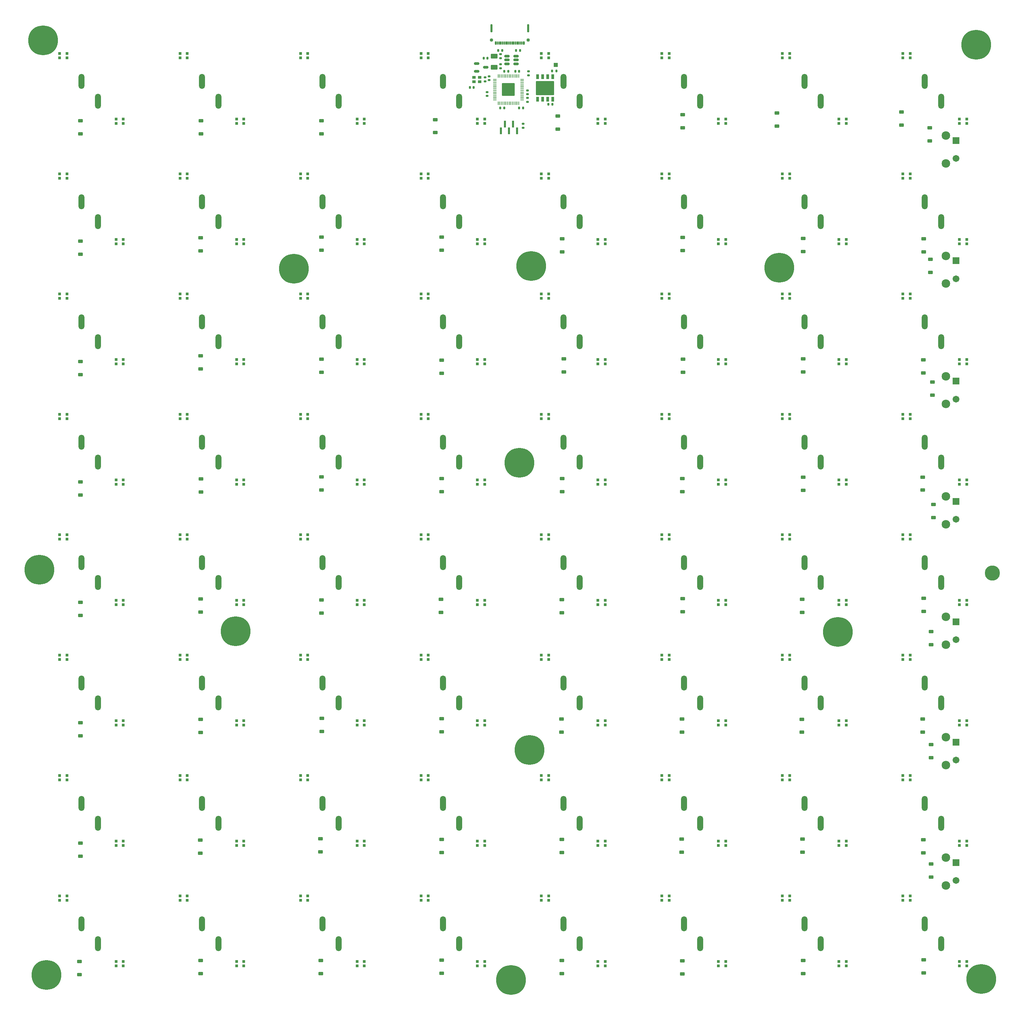
<source format=gbr>
%TF.GenerationSoftware,KiCad,Pcbnew,9.0.1*%
%TF.CreationDate,2025-06-01T15:41:16+01:00*%
%TF.ProjectId,Button MIDI Controller,42757474-6f6e-4204-9d49-444920436f6e,rev?*%
%TF.SameCoordinates,Original*%
%TF.FileFunction,Soldermask,Top*%
%TF.FilePolarity,Negative*%
%FSLAX46Y46*%
G04 Gerber Fmt 4.6, Leading zero omitted, Abs format (unit mm)*
G04 Created by KiCad (PCBNEW 9.0.1) date 2025-06-01 15:41:16*
%MOMM*%
%LPD*%
G01*
G04 APERTURE LIST*
G04 Aperture macros list*
%AMRoundRect*
0 Rectangle with rounded corners*
0 $1 Rounding radius*
0 $2 $3 $4 $5 $6 $7 $8 $9 X,Y pos of 4 corners*
0 Add a 4 corners polygon primitive as box body*
4,1,4,$2,$3,$4,$5,$6,$7,$8,$9,$2,$3,0*
0 Add four circle primitives for the rounded corners*
1,1,$1+$1,$2,$3*
1,1,$1+$1,$4,$5*
1,1,$1+$1,$6,$7*
1,1,$1+$1,$8,$9*
0 Add four rect primitives between the rounded corners*
20,1,$1+$1,$2,$3,$4,$5,0*
20,1,$1+$1,$4,$5,$6,$7,0*
20,1,$1+$1,$6,$7,$8,$9,0*
20,1,$1+$1,$8,$9,$2,$3,0*%
G04 Aperture macros list end*
%ADD10R,0.700000X0.700000*%
%ADD11RoundRect,0.225000X0.375000X-0.225000X0.375000X0.225000X-0.375000X0.225000X-0.375000X-0.225000X0*%
%ADD12RoundRect,0.225000X-0.375000X0.225000X-0.375000X-0.225000X0.375000X-0.225000X0.375000X0.225000X0*%
%ADD13O,1.500000X3.800000*%
%ADD14C,4.700000*%
%ADD15C,7.500000*%
%ADD16RoundRect,0.140000X0.140000X0.170000X-0.140000X0.170000X-0.140000X-0.170000X0.140000X-0.170000X0*%
%ADD17RoundRect,0.102000X0.754000X-0.754000X0.754000X0.754000X-0.754000X0.754000X-0.754000X-0.754000X0*%
%ADD18C,1.712000*%
%ADD19C,2.154000*%
%ADD20RoundRect,0.140000X-0.170000X0.140000X-0.170000X-0.140000X0.170000X-0.140000X0.170000X0.140000X0*%
%ADD21RoundRect,0.050000X-0.050000X0.387500X-0.050000X-0.387500X0.050000X-0.387500X0.050000X0.387500X0*%
%ADD22RoundRect,0.050000X-0.387500X0.050000X-0.387500X-0.050000X0.387500X-0.050000X0.387500X0.050000X0*%
%ADD23RoundRect,0.144000X-1.456000X1.456000X-1.456000X-1.456000X1.456000X-1.456000X1.456000X1.456000X0*%
%ADD24RoundRect,0.135000X-0.185000X0.135000X-0.185000X-0.135000X0.185000X-0.135000X0.185000X0.135000X0*%
%ADD25RoundRect,0.140000X-0.140000X-0.170000X0.140000X-0.170000X0.140000X0.170000X-0.140000X0.170000X0*%
%ADD26R,0.900000X0.800000*%
%ADD27RoundRect,0.135000X-0.135000X-0.185000X0.135000X-0.185000X0.135000X0.185000X-0.135000X0.185000X0*%
%ADD28R,0.600000X1.750000*%
%ADD29RoundRect,0.150000X0.512500X0.150000X-0.512500X0.150000X-0.512500X-0.150000X0.512500X-0.150000X0*%
%ADD30R,1.000000X1.000000*%
%ADD31RoundRect,0.135000X0.135000X0.185000X-0.135000X0.185000X-0.135000X-0.185000X0.135000X-0.185000X0*%
%ADD32C,3.800000*%
%ADD33RoundRect,0.150000X-0.512500X-0.150000X0.512500X-0.150000X0.512500X0.150000X-0.512500X0.150000X0*%
%ADD34RoundRect,0.080500X-0.241500X0.541500X-0.241500X-0.541500X0.241500X-0.541500X0.241500X0.541500X0*%
%ADD35RoundRect,0.102000X-2.150000X1.700000X-2.150000X-1.700000X2.150000X-1.700000X2.150000X1.700000X0*%
%ADD36RoundRect,0.070000X0.070000X0.345000X-0.070000X0.345000X-0.070000X-0.345000X0.070000X-0.345000X0*%
%ADD37RoundRect,0.112500X0.112500X0.302500X-0.112500X0.302500X-0.112500X-0.302500X0.112500X-0.302500X0*%
%ADD38C,0.850000*%
%ADD39O,0.550000X2.050000*%
%ADD40RoundRect,0.250000X-0.625000X0.375000X-0.625000X-0.375000X0.625000X-0.375000X0.625000X0.375000X0*%
%ADD41RoundRect,0.135000X0.185000X-0.135000X0.185000X0.135000X-0.185000X0.135000X-0.185000X-0.135000X0*%
%ADD42RoundRect,0.140000X0.170000X-0.140000X0.170000X0.140000X-0.170000X0.140000X-0.170000X-0.140000X0*%
G04 APERTURE END LIST*
D10*
%TO.C,D90*%
X-85317000Y266414000D03*
X-85317000Y265314000D03*
X-83487000Y265314000D03*
X-83487000Y266414000D03*
%TD*%
D11*
%TO.C,D40*%
X-63970000Y172720000D03*
X-63970000Y176020000D03*
%TD*%
D12*
%TO.C,D198*%
X-62090000Y139230000D03*
X-62090000Y135930000D03*
%TD*%
D11*
%TO.C,D30*%
X-124690000Y202880000D03*
X-124690000Y206180000D03*
%TD*%
D10*
%TO.C,D114*%
X-249201000Y221224000D03*
X-249201000Y222324000D03*
X-251031000Y222324000D03*
X-251031000Y221224000D03*
%TD*%
%TO.C,D192*%
X-267117000Y84614000D03*
X-267117000Y83514000D03*
X-265287000Y83514000D03*
X-265287000Y84614000D03*
%TD*%
%TO.C,D109*%
X-176217000Y236114000D03*
X-176217000Y235014000D03*
X-174387000Y235014000D03*
X-174387000Y236114000D03*
%TD*%
D13*
%TO.C,MX12*%
X-180800000Y270900000D03*
X-184900000Y275900000D03*
%TD*%
D10*
%TO.C,D88*%
X-67401000Y281824000D03*
X-67401000Y282924000D03*
X-69231000Y282924000D03*
X-69231000Y281824000D03*
%TD*%
D11*
%TO.C,D20*%
X-185210000Y232710000D03*
X-185210000Y236010000D03*
%TD*%
D10*
%TO.C,D120*%
X-67401000Y221224000D03*
X-67401000Y222324000D03*
X-69231000Y222324000D03*
X-69231000Y221224000D03*
%TD*%
D11*
%TO.C,D18*%
X-245820000Y233800000D03*
X-245820000Y237100000D03*
%TD*%
D10*
%TO.C,D161*%
X-279501000Y130324000D03*
X-279501000Y131424000D03*
X-281331000Y131424000D03*
X-281331000Y130324000D03*
%TD*%
%TO.C,D89*%
X-55017000Y266414000D03*
X-55017000Y265314000D03*
X-53187000Y265314000D03*
X-53187000Y266414000D03*
%TD*%
D11*
%TO.C,D26*%
X-245810000Y202780000D03*
X-245810000Y206080000D03*
%TD*%
D13*
%TO.C,MX51*%
X-211100000Y119400000D03*
X-215200000Y124400000D03*
%TD*%
D11*
%TO.C,D49*%
X-276080000Y111130000D03*
X-276080000Y114430000D03*
%TD*%
%TO.C,D38*%
X-124620000Y172620000D03*
X-124620000Y175920000D03*
%TD*%
D12*
%TO.C,D194*%
X-62320000Y261357500D03*
X-62320000Y258057500D03*
%TD*%
D11*
%TO.C,D29*%
X-154950000Y202910000D03*
X-154950000Y206210000D03*
%TD*%
D13*
%TO.C,MX22*%
X-120200000Y240600000D03*
X-124300000Y245600000D03*
%TD*%
D11*
%TO.C,D59*%
X-215600000Y81540000D03*
X-215600000Y84840000D03*
%TD*%
%TO.C,D62*%
X-124670000Y81500000D03*
X-124670000Y84800000D03*
%TD*%
%TO.C,D60*%
X-185250000Y81630000D03*
X-185250000Y84930000D03*
%TD*%
D10*
%TO.C,D152*%
X-67401000Y160624000D03*
X-67401000Y161724000D03*
X-69231000Y161724000D03*
X-69231000Y160624000D03*
%TD*%
D14*
%TO.C,REF\u002A\u002A*%
X-50760000Y315420000D03*
D15*
X-50760000Y315420000D03*
%TD*%
D11*
%TO.C,D25*%
X-276080000Y202030000D03*
X-276080000Y205330000D03*
%TD*%
D10*
%TO.C,D107*%
X-115617000Y236114000D03*
X-115617000Y235014000D03*
X-113787000Y235014000D03*
X-113787000Y236114000D03*
%TD*%
%TO.C,D137*%
X-55017000Y175514000D03*
X-55017000Y174414000D03*
X-53187000Y174414000D03*
X-53187000Y175514000D03*
%TD*%
D13*
%TO.C,MX4*%
X-180800000Y301200000D03*
X-184900000Y306200000D03*
%TD*%
D10*
%TO.C,D133*%
X-158301000Y190924000D03*
X-158301000Y192024000D03*
X-160131000Y192024000D03*
X-160131000Y190924000D03*
%TD*%
%TO.C,D113*%
X-279501000Y221224000D03*
X-279501000Y222324000D03*
X-281331000Y222324000D03*
X-281331000Y221224000D03*
%TD*%
D11*
%TO.C,D32*%
X-64260000Y203260000D03*
X-64260000Y206560000D03*
%TD*%
D10*
%TO.C,D91*%
X-115617000Y266414000D03*
X-115617000Y265314000D03*
X-113787000Y265314000D03*
X-113787000Y266414000D03*
%TD*%
%TO.C,D84*%
X-188601000Y281824000D03*
X-188601000Y282924000D03*
X-190431000Y282924000D03*
X-190431000Y281824000D03*
%TD*%
D11*
%TO.C,D10*%
X-245840000Y263500000D03*
X-245840000Y266800000D03*
%TD*%
%TO.C,D45*%
X-155070000Y142330000D03*
X-155070000Y145630000D03*
%TD*%
%TO.C,D22*%
X-124500000Y232930000D03*
X-124500000Y236230000D03*
%TD*%
%TO.C,D64*%
X-64010000Y81700000D03*
X-64010000Y85000000D03*
%TD*%
D13*
%TO.C,MX2*%
X-241400000Y301200000D03*
X-245500000Y306200000D03*
%TD*%
D10*
%TO.C,D119*%
X-97701000Y221224000D03*
X-97701000Y222324000D03*
X-99531000Y222324000D03*
X-99531000Y221224000D03*
%TD*%
D11*
%TO.C,D27*%
X-215430000Y203290000D03*
X-215430000Y206590000D03*
%TD*%
D10*
%TO.C,D174*%
X-206517000Y114914000D03*
X-206517000Y113814000D03*
X-204687000Y113814000D03*
X-204687000Y114914000D03*
%TD*%
%TO.C,D112*%
X-267117000Y236114000D03*
X-267117000Y235014000D03*
X-265287000Y235014000D03*
X-265287000Y236114000D03*
%TD*%
%TO.C,D160*%
X-267117000Y145214000D03*
X-267117000Y144114000D03*
X-265287000Y144114000D03*
X-265287000Y145214000D03*
%TD*%
%TO.C,D153*%
X-55017000Y145214000D03*
X-55017000Y144114000D03*
X-53187000Y144114000D03*
X-53187000Y145214000D03*
%TD*%
%TO.C,D92*%
X-145917000Y266414000D03*
X-145917000Y265314000D03*
X-144087000Y265314000D03*
X-144087000Y266414000D03*
%TD*%
%TO.C,D94*%
X-206517000Y266414000D03*
X-206517000Y265314000D03*
X-204687000Y265314000D03*
X-204687000Y266414000D03*
%TD*%
D14*
%TO.C,REF\u002A\u002A*%
X-100320000Y259260000D03*
D15*
X-100320000Y259260000D03*
%TD*%
D10*
%TO.C,D69*%
X-158301000Y312124000D03*
X-158301000Y313224000D03*
X-160131000Y313224000D03*
X-160131000Y312124000D03*
%TD*%
%TO.C,D188*%
X-145917000Y84614000D03*
X-145917000Y83514000D03*
X-144087000Y83514000D03*
X-144087000Y84614000D03*
%TD*%
D16*
%TO.C,C9*%
X-157400000Y300400000D03*
X-158360000Y300400000D03*
%TD*%
D10*
%TO.C,D72*%
X-67401000Y312124000D03*
X-67401000Y313224000D03*
X-69231000Y313224000D03*
X-69231000Y312124000D03*
%TD*%
D13*
%TO.C,MX46*%
X-120200000Y149700000D03*
X-124300000Y154700000D03*
%TD*%
%TO.C,MX55*%
X-89900000Y119400000D03*
X-94000000Y124400000D03*
%TD*%
D12*
%TO.C,D196*%
X-61500000Y199630000D03*
X-61500000Y196330000D03*
%TD*%
D10*
%TO.C,D130*%
X-249201000Y190924000D03*
X-249201000Y192024000D03*
X-251031000Y192024000D03*
X-251031000Y190924000D03*
%TD*%
D11*
%TO.C,D13*%
X-154880000Y263260000D03*
X-154880000Y266560000D03*
%TD*%
D13*
%TO.C,MX56*%
X-59600000Y119400000D03*
X-63700000Y124400000D03*
%TD*%
D17*
%TO.C,S2*%
X-55880000Y261002000D03*
D18*
X-55880000Y256502000D03*
D19*
X-58380000Y262252000D03*
X-58380000Y255252000D03*
%TD*%
D10*
%TO.C,D132*%
X-188601000Y190924000D03*
X-188601000Y192024000D03*
X-190431000Y192024000D03*
X-190431000Y190924000D03*
%TD*%
%TO.C,D175*%
X-236817000Y114914000D03*
X-236817000Y113814000D03*
X-234987000Y113814000D03*
X-234987000Y114914000D03*
%TD*%
D11*
%TO.C,D47*%
X-94600000Y142300000D03*
X-94600000Y145600000D03*
%TD*%
D13*
%TO.C,MX48*%
X-59600000Y149700000D03*
X-63700000Y154700000D03*
%TD*%
D17*
%TO.C,S1*%
X-55880000Y291302000D03*
D18*
X-55880000Y286802000D03*
D19*
X-58380000Y292552000D03*
X-58380000Y285552000D03*
%TD*%
D10*
%TO.C,D66*%
X-249201000Y312124000D03*
X-249201000Y313224000D03*
X-251031000Y313224000D03*
X-251031000Y312124000D03*
%TD*%
D11*
%TO.C,D5*%
X-156010000Y294170000D03*
X-156010000Y297470000D03*
%TD*%
D13*
%TO.C,MX40*%
X-59600000Y180000000D03*
X-63700000Y185000000D03*
%TD*%
D10*
%TO.C,D95*%
X-236817000Y266414000D03*
X-236817000Y265314000D03*
X-234987000Y265314000D03*
X-234987000Y266414000D03*
%TD*%
D13*
%TO.C,MX47*%
X-89900000Y149700000D03*
X-94000000Y154700000D03*
%TD*%
D20*
%TO.C,C6*%
X-163600000Y302000000D03*
X-163600000Y301040000D03*
%TD*%
D10*
%TO.C,D186*%
X-85317000Y84614000D03*
X-85317000Y83514000D03*
X-83487000Y83514000D03*
X-83487000Y84614000D03*
%TD*%
%TO.C,D77*%
X-176217000Y296714000D03*
X-176217000Y295614000D03*
X-174387000Y295614000D03*
X-174387000Y296714000D03*
%TD*%
%TO.C,D80*%
X-267117000Y296714000D03*
X-267117000Y295614000D03*
X-265287000Y295614000D03*
X-265287000Y296714000D03*
%TD*%
%TO.C,D129*%
X-279501000Y190924000D03*
X-279501000Y192024000D03*
X-281331000Y192024000D03*
X-281331000Y190924000D03*
%TD*%
%TO.C,D158*%
X-206517000Y145214000D03*
X-206517000Y144114000D03*
X-204687000Y144114000D03*
X-204687000Y145214000D03*
%TD*%
D21*
%TO.C,U1*%
X-165837500Y307537500D03*
X-166237500Y307537500D03*
X-166637500Y307537500D03*
X-167037500Y307537500D03*
X-167437500Y307537500D03*
X-167837500Y307537500D03*
X-168237500Y307537500D03*
X-168637500Y307537500D03*
X-169037500Y307537500D03*
X-169437500Y307537500D03*
X-169837500Y307537500D03*
X-170237500Y307537500D03*
X-170637500Y307537500D03*
X-171037500Y307537500D03*
D22*
X-171875000Y306700000D03*
X-171875000Y306300000D03*
X-171875000Y305900000D03*
X-171875000Y305500000D03*
X-171875000Y305100000D03*
X-171875000Y304700000D03*
X-171875000Y304300000D03*
X-171875000Y303900000D03*
X-171875000Y303500000D03*
X-171875000Y303100000D03*
X-171875000Y302700000D03*
X-171875000Y302300000D03*
X-171875000Y301900000D03*
X-171875000Y301500000D03*
D21*
X-171037500Y300662500D03*
X-170637500Y300662500D03*
X-170237500Y300662500D03*
X-169837500Y300662500D03*
X-169437500Y300662500D03*
X-169037500Y300662500D03*
X-168637500Y300662500D03*
X-168237500Y300662500D03*
X-167837500Y300662500D03*
X-167437500Y300662500D03*
X-167037500Y300662500D03*
X-166637500Y300662500D03*
X-166237500Y300662500D03*
X-165837500Y300662500D03*
D22*
X-165000000Y301500000D03*
X-165000000Y301900000D03*
X-165000000Y302300000D03*
X-165000000Y302700000D03*
X-165000000Y303100000D03*
X-165000000Y303500000D03*
X-165000000Y303900000D03*
X-165000000Y304300000D03*
X-165000000Y304700000D03*
X-165000000Y305100000D03*
X-165000000Y305500000D03*
X-165000000Y305900000D03*
X-165000000Y306300000D03*
X-165000000Y306700000D03*
D23*
X-168437500Y304100000D03*
%TD*%
D10*
%TO.C,D148*%
X-188601000Y160624000D03*
X-188601000Y161724000D03*
X-190431000Y161724000D03*
X-190431000Y160624000D03*
%TD*%
D13*
%TO.C,MX42*%
X-241400000Y149700000D03*
X-245500000Y154700000D03*
%TD*%
D11*
%TO.C,D39*%
X-94520000Y172450000D03*
X-94520000Y175750000D03*
%TD*%
D10*
%TO.C,D187*%
X-115617000Y84614000D03*
X-115617000Y83514000D03*
X-113787000Y83514000D03*
X-113787000Y84614000D03*
%TD*%
%TO.C,D110*%
X-206517000Y236114000D03*
X-206517000Y235014000D03*
X-204687000Y235014000D03*
X-204687000Y236114000D03*
%TD*%
D13*
%TO.C,MX53*%
X-150500000Y119400000D03*
X-154600000Y124400000D03*
%TD*%
D11*
%TO.C,D51*%
X-215690000Y112190000D03*
X-215690000Y115490000D03*
%TD*%
D10*
%TO.C,D177*%
X-279501000Y100024000D03*
X-279501000Y101124000D03*
X-281331000Y101124000D03*
X-281331000Y100024000D03*
%TD*%
%TO.C,D154*%
X-85317000Y145214000D03*
X-85317000Y144114000D03*
X-83487000Y144114000D03*
X-83487000Y145214000D03*
%TD*%
%TO.C,D100*%
X-188601000Y251524000D03*
X-188601000Y252624000D03*
X-190431000Y252624000D03*
X-190431000Y251524000D03*
%TD*%
D13*
%TO.C,MX38*%
X-120200000Y180000000D03*
X-124300000Y185000000D03*
%TD*%
D11*
%TO.C,D35*%
X-215490000Y172350000D03*
X-215490000Y175650000D03*
%TD*%
D10*
%TO.C,D134*%
X-128001000Y190924000D03*
X-128001000Y192024000D03*
X-129831000Y192024000D03*
X-129831000Y190924000D03*
%TD*%
%TO.C,D151*%
X-97701000Y160624000D03*
X-97701000Y161724000D03*
X-99531000Y161724000D03*
X-99531000Y160624000D03*
%TD*%
D13*
%TO.C,MX37*%
X-150500000Y180000000D03*
X-154600000Y185000000D03*
%TD*%
D11*
%TO.C,D42*%
X-245820000Y142280000D03*
X-245820000Y145580000D03*
%TD*%
D13*
%TO.C,MX61*%
X-150500000Y89100000D03*
X-154600000Y94100000D03*
%TD*%
D24*
%TO.C,R4*%
X-170400000Y313000000D03*
X-170400000Y311980000D03*
%TD*%
D17*
%TO.C,S5*%
X-55880000Y170102000D03*
D18*
X-55880000Y165602000D03*
D19*
X-58380000Y171352000D03*
X-58380000Y164352000D03*
%TD*%
D11*
%TO.C,D19*%
X-215420000Y232900000D03*
X-215420000Y236200000D03*
%TD*%
%TO.C,D53*%
X-154990000Y111990000D03*
X-154990000Y115290000D03*
%TD*%
D10*
%TO.C,D126*%
X-206517000Y205814000D03*
X-206517000Y204714000D03*
X-204687000Y204714000D03*
X-204687000Y205814000D03*
%TD*%
D25*
%TO.C,C11*%
X-169460000Y308750000D03*
X-168500000Y308750000D03*
%TD*%
D10*
%TO.C,D139*%
X-115617000Y175514000D03*
X-115617000Y174414000D03*
X-113787000Y174414000D03*
X-113787000Y175514000D03*
%TD*%
%TO.C,D103*%
X-97701000Y251524000D03*
X-97701000Y252624000D03*
X-99531000Y252624000D03*
X-99531000Y251524000D03*
%TD*%
%TO.C,D106*%
X-85317000Y236114000D03*
X-85317000Y235014000D03*
X-83487000Y235014000D03*
X-83487000Y236114000D03*
%TD*%
D26*
%TO.C,Y1*%
X-177100000Y306100000D03*
X-175700000Y306100000D03*
X-175700000Y307200000D03*
X-177100000Y307200000D03*
%TD*%
D10*
%TO.C,D87*%
X-97701000Y281824000D03*
X-97701000Y282924000D03*
X-99531000Y282924000D03*
X-99531000Y281824000D03*
%TD*%
%TO.C,D184*%
X-67401000Y100024000D03*
X-67401000Y101124000D03*
X-69231000Y101124000D03*
X-69231000Y100024000D03*
%TD*%
D27*
%TO.C,R7*%
X-166510000Y314000000D03*
X-165490000Y314000000D03*
%TD*%
D10*
%TO.C,D65*%
X-279501000Y312124000D03*
X-279501000Y313224000D03*
X-281331000Y313224000D03*
X-281331000Y312124000D03*
%TD*%
D12*
%TO.C,D193*%
X-62490000Y294497500D03*
X-62490000Y291197500D03*
%TD*%
D14*
%TO.C,REF\u002A\u002A*%
X-222420000Y259010000D03*
D15*
X-222420000Y259010000D03*
%TD*%
D17*
%TO.C,S3*%
X-55880000Y230702000D03*
D18*
X-55880000Y226202000D03*
D19*
X-58380000Y231952000D03*
X-58380000Y224952000D03*
%TD*%
D14*
%TO.C,REF\u002A\u002A*%
X-286430000Y183240000D03*
D15*
X-286430000Y183240000D03*
%TD*%
D10*
%TO.C,D99*%
X-218901000Y251524000D03*
X-218901000Y252624000D03*
X-220731000Y252624000D03*
X-220731000Y251524000D03*
%TD*%
D11*
%TO.C,D14*%
X-124650000Y263620000D03*
X-124650000Y266920000D03*
%TD*%
D10*
%TO.C,D165*%
X-158301000Y130324000D03*
X-158301000Y131424000D03*
X-160131000Y131424000D03*
X-160131000Y130324000D03*
%TD*%
D11*
%TO.C,D28*%
X-185210000Y202890000D03*
X-185210000Y206190000D03*
%TD*%
D10*
%TO.C,D156*%
X-145917000Y145214000D03*
X-145917000Y144114000D03*
X-144087000Y144114000D03*
X-144087000Y145214000D03*
%TD*%
%TO.C,D75*%
X-115617000Y296714000D03*
X-115617000Y295614000D03*
X-113787000Y295614000D03*
X-113787000Y296714000D03*
%TD*%
D13*
%TO.C,MX52*%
X-180800000Y119400000D03*
X-184900000Y124400000D03*
%TD*%
D14*
%TO.C,REF\u002A\u002A*%
X-162720000Y259720000D03*
D15*
X-162720000Y259720000D03*
%TD*%
D14*
%TO.C,REF\u002A\u002A*%
X-165660000Y210150000D03*
D15*
X-165660000Y210150000D03*
%TD*%
D13*
%TO.C,MX50*%
X-241400000Y119400000D03*
X-245500000Y124400000D03*
%TD*%
D10*
%TO.C,D164*%
X-188601000Y130324000D03*
X-188601000Y131424000D03*
X-190431000Y131424000D03*
X-190431000Y130324000D03*
%TD*%
D11*
%TO.C,D50*%
X-245940000Y111900000D03*
X-245940000Y115200000D03*
%TD*%
D25*
%TO.C,C12*%
X-165730000Y299500000D03*
X-164770000Y299500000D03*
%TD*%
D11*
%TO.C,D48*%
X-64280000Y142310000D03*
X-64280000Y145610000D03*
%TD*%
D13*
%TO.C,MX14*%
X-120200000Y270900000D03*
X-124300000Y275900000D03*
%TD*%
D10*
%TO.C,D168*%
X-67401000Y130324000D03*
X-67401000Y131424000D03*
X-69231000Y131424000D03*
X-69231000Y130324000D03*
%TD*%
%TO.C,D190*%
X-206517000Y84614000D03*
X-206517000Y83514000D03*
X-204687000Y83514000D03*
X-204687000Y84614000D03*
%TD*%
%TO.C,D82*%
X-249201000Y281824000D03*
X-249201000Y282924000D03*
X-251031000Y282924000D03*
X-251031000Y281824000D03*
%TD*%
%TO.C,D70*%
X-128001000Y312124000D03*
X-128001000Y313224000D03*
X-129831000Y313224000D03*
X-129831000Y312124000D03*
%TD*%
D12*
%TO.C,D195*%
X-61770000Y230490000D03*
X-61770000Y227190000D03*
%TD*%
D10*
%TO.C,D122*%
X-85317000Y205814000D03*
X-85317000Y204714000D03*
X-83487000Y204714000D03*
X-83487000Y205814000D03*
%TD*%
D11*
%TO.C,D44*%
X-185270000Y142410000D03*
X-185270000Y145710000D03*
%TD*%
D13*
%TO.C,MX8*%
X-59600000Y301200000D03*
X-63700000Y306200000D03*
%TD*%
D10*
%TO.C,D101*%
X-158301000Y251524000D03*
X-158301000Y252624000D03*
X-160131000Y252624000D03*
X-160131000Y251524000D03*
%TD*%
D11*
%TO.C,D52*%
X-185250000Y111992500D03*
X-185250000Y115292500D03*
%TD*%
%TO.C,D37*%
X-155040000Y172370000D03*
X-155040000Y175670000D03*
%TD*%
D10*
%TO.C,D185*%
X-55017000Y84614000D03*
X-55017000Y83514000D03*
X-53187000Y83514000D03*
X-53187000Y84614000D03*
%TD*%
D28*
%TO.C,J1*%
X-166290000Y293690000D03*
X-167290000Y295440000D03*
X-168290000Y293690000D03*
X-169290000Y295440000D03*
X-170290000Y293690000D03*
%TD*%
D10*
%TO.C,D163*%
X-218901000Y130324000D03*
X-218901000Y131424000D03*
X-220731000Y131424000D03*
X-220731000Y130324000D03*
%TD*%
D13*
%TO.C,MX45*%
X-150500000Y149700000D03*
X-154600000Y154700000D03*
%TD*%
D10*
%TO.C,D83*%
X-218901000Y281824000D03*
X-218901000Y282924000D03*
X-220731000Y282924000D03*
X-220731000Y281824000D03*
%TD*%
D13*
%TO.C,MX5*%
X-150500000Y301200000D03*
X-154600000Y306200000D03*
%TD*%
%TO.C,MX6*%
X-120200000Y301200000D03*
X-124300000Y306200000D03*
%TD*%
D10*
%TO.C,D150*%
X-128001000Y160624000D03*
X-128001000Y161724000D03*
X-129831000Y161724000D03*
X-129831000Y160624000D03*
%TD*%
D11*
%TO.C,D31*%
X-94330000Y203230000D03*
X-94330000Y206530000D03*
%TD*%
D14*
%TO.C,REF\u002A\u002A*%
X-49480000Y80180000D03*
D15*
X-49480000Y80180000D03*
%TD*%
D29*
%TO.C,U3*%
X-166500000Y310600000D03*
X-166500000Y311550000D03*
X-166500000Y312500000D03*
X-168775000Y312500000D03*
X-168775000Y311550000D03*
X-168775000Y310600000D03*
%TD*%
D10*
%TO.C,D71*%
X-97701000Y312124000D03*
X-97701000Y313224000D03*
X-99531000Y313224000D03*
X-99531000Y312124000D03*
%TD*%
%TO.C,D182*%
X-128001000Y100024000D03*
X-128001000Y101124000D03*
X-129831000Y101124000D03*
X-129831000Y100024000D03*
%TD*%
%TO.C,D115*%
X-218901000Y221224000D03*
X-218901000Y222324000D03*
X-220731000Y222324000D03*
X-220731000Y221224000D03*
%TD*%
D30*
%TO.C,TP1*%
X-156500000Y310300000D03*
%TD*%
D10*
%TO.C,D81*%
X-279501000Y281824000D03*
X-279501000Y282924000D03*
X-281331000Y282924000D03*
X-281331000Y281824000D03*
%TD*%
%TO.C,D191*%
X-236817000Y84614000D03*
X-236817000Y83514000D03*
X-234987000Y83514000D03*
X-234987000Y84614000D03*
%TD*%
D13*
%TO.C,MX57*%
X-271700000Y89100000D03*
X-275800000Y94100000D03*
%TD*%
D10*
%TO.C,D135*%
X-97701000Y190924000D03*
X-97701000Y192024000D03*
X-99531000Y192024000D03*
X-99531000Y190924000D03*
%TD*%
D13*
%TO.C,MX17*%
X-271700000Y240600000D03*
X-275800000Y245600000D03*
%TD*%
D10*
%TO.C,D178*%
X-249201000Y100024000D03*
X-249201000Y101124000D03*
X-251031000Y101124000D03*
X-251031000Y100024000D03*
%TD*%
%TO.C,D98*%
X-249201000Y251524000D03*
X-249201000Y252624000D03*
X-251031000Y252624000D03*
X-251031000Y251524000D03*
%TD*%
D13*
%TO.C,MX15*%
X-89900000Y270900000D03*
X-94000000Y275900000D03*
%TD*%
D11*
%TO.C,D4*%
X-186860000Y293260000D03*
X-186860000Y296560000D03*
%TD*%
D13*
%TO.C,MX36*%
X-180800000Y180000000D03*
X-184900000Y185000000D03*
%TD*%
D11*
%TO.C,D2*%
X-245780000Y292930000D03*
X-245780000Y296230000D03*
%TD*%
%TO.C,D6*%
X-124600000Y294470000D03*
X-124600000Y297770000D03*
%TD*%
D13*
%TO.C,MX29*%
X-150500000Y210300000D03*
X-154600000Y215300000D03*
%TD*%
D11*
%TO.C,D12*%
X-185220000Y263670000D03*
X-185220000Y266970000D03*
%TD*%
D14*
%TO.C,REF\u002A\u002A*%
X-237040000Y167720000D03*
D15*
X-237040000Y167720000D03*
%TD*%
D10*
%TO.C,D125*%
X-176217000Y205814000D03*
X-176217000Y204714000D03*
X-174387000Y204714000D03*
X-174387000Y205814000D03*
%TD*%
%TO.C,D170*%
X-85317000Y114914000D03*
X-85317000Y113814000D03*
X-83487000Y113814000D03*
X-83487000Y114914000D03*
%TD*%
D11*
%TO.C,D8*%
X-69600000Y295190000D03*
X-69600000Y298490000D03*
%TD*%
%TO.C,D7*%
X-100870000Y294950000D03*
X-100870000Y298250000D03*
%TD*%
%TO.C,D23*%
X-94310000Y233060000D03*
X-94310000Y236360000D03*
%TD*%
%TO.C,D46*%
X-124810000Y142350000D03*
X-124810000Y145650000D03*
%TD*%
D10*
%TO.C,D96*%
X-267117000Y266414000D03*
X-267117000Y265314000D03*
X-265287000Y265314000D03*
X-265287000Y266414000D03*
%TD*%
%TO.C,D173*%
X-176217000Y114914000D03*
X-176217000Y113814000D03*
X-174387000Y113814000D03*
X-174387000Y114914000D03*
%TD*%
D13*
%TO.C,MX64*%
X-59600000Y89100000D03*
X-63700000Y94100000D03*
%TD*%
D16*
%TO.C,C13*%
X-169500000Y299500000D03*
X-170460000Y299500000D03*
%TD*%
D13*
%TO.C,MX21*%
X-150500000Y240600000D03*
X-154600000Y245600000D03*
%TD*%
D10*
%TO.C,D167*%
X-97701000Y130324000D03*
X-97701000Y131424000D03*
X-99531000Y131424000D03*
X-99531000Y130324000D03*
%TD*%
D13*
%TO.C,MX18*%
X-241400000Y240600000D03*
X-245500000Y245600000D03*
%TD*%
D10*
%TO.C,D169*%
X-55017000Y114914000D03*
X-55017000Y113814000D03*
X-53187000Y113814000D03*
X-53187000Y114914000D03*
%TD*%
D13*
%TO.C,MX13*%
X-150500000Y270900000D03*
X-154600000Y275900000D03*
%TD*%
D10*
%TO.C,D179*%
X-218901000Y100024000D03*
X-218901000Y101124000D03*
X-220731000Y101124000D03*
X-220731000Y100024000D03*
%TD*%
D31*
%TO.C,R2*%
X-156400000Y308800000D03*
X-157420000Y308800000D03*
%TD*%
D10*
%TO.C,D105*%
X-55017000Y236114000D03*
X-55017000Y235014000D03*
X-53187000Y235014000D03*
X-53187000Y236114000D03*
%TD*%
D13*
%TO.C,MX23*%
X-89900000Y240600000D03*
X-94000000Y245600000D03*
%TD*%
D32*
%TO.C,REF\u002A\u002A*%
X-46736000Y182372000D03*
%TD*%
D31*
%TO.C,R6*%
X-170000000Y314000000D03*
X-171020000Y314000000D03*
%TD*%
D10*
%TO.C,D108*%
X-145917000Y236114000D03*
X-145917000Y235014000D03*
X-144087000Y235014000D03*
X-144087000Y236114000D03*
%TD*%
D13*
%TO.C,MX43*%
X-211100000Y149700000D03*
X-215200000Y154700000D03*
%TD*%
D12*
%TO.C,D199*%
X-62140000Y109157500D03*
X-62140000Y105857500D03*
%TD*%
D14*
%TO.C,REF\u002A\u002A*%
X-85540000Y167600000D03*
D15*
X-85540000Y167600000D03*
%TD*%
D13*
%TO.C,MX35*%
X-211100000Y180000000D03*
X-215200000Y185000000D03*
%TD*%
D11*
%TO.C,D1*%
X-276080000Y292930000D03*
X-276080000Y296230000D03*
%TD*%
D10*
%TO.C,D176*%
X-267117000Y114914000D03*
X-267117000Y113814000D03*
X-265287000Y113814000D03*
X-265287000Y114914000D03*
%TD*%
D33*
%TO.C,U4*%
X-176387500Y310650000D03*
X-176387500Y308750000D03*
X-174112500Y309700000D03*
%TD*%
D11*
%TO.C,D36*%
X-185430000Y172480000D03*
X-185430000Y175780000D03*
%TD*%
D10*
%TO.C,D79*%
X-236817000Y296714000D03*
X-236817000Y295614000D03*
X-234987000Y295614000D03*
X-234987000Y296714000D03*
%TD*%
D13*
%TO.C,MX24*%
X-59600000Y240600000D03*
X-63700000Y245600000D03*
%TD*%
D10*
%TO.C,D123*%
X-115617000Y205814000D03*
X-115617000Y204714000D03*
X-113787000Y204714000D03*
X-113787000Y205814000D03*
%TD*%
D25*
%TO.C,C1*%
X-178130000Y304650000D03*
X-177170000Y304650000D03*
%TD*%
D20*
%TO.C,C8*%
X-173800000Y303480000D03*
X-173800000Y302520000D03*
%TD*%
D13*
%TO.C,MX62*%
X-120200000Y89100000D03*
X-124300000Y94100000D03*
%TD*%
D10*
%TO.C,D85*%
X-158301000Y281824000D03*
X-158301000Y282924000D03*
X-160131000Y282924000D03*
X-160131000Y281824000D03*
%TD*%
%TO.C,D143*%
X-236817000Y175514000D03*
X-236817000Y174414000D03*
X-234987000Y174414000D03*
X-234987000Y175514000D03*
%TD*%
D34*
%TO.C,U2*%
X-157295000Y307345000D03*
X-158565000Y307345000D03*
X-159835000Y307345000D03*
X-161105000Y307345000D03*
X-161105000Y301655000D03*
X-159835000Y301655000D03*
X-158565000Y301655000D03*
X-157295000Y301655000D03*
D35*
X-159200000Y304500000D03*
%TD*%
D13*
%TO.C,MX34*%
X-241400000Y180000000D03*
X-245500000Y185000000D03*
%TD*%
D10*
%TO.C,D136*%
X-67401000Y190924000D03*
X-67401000Y192024000D03*
X-69231000Y192024000D03*
X-69231000Y190924000D03*
%TD*%
%TO.C,D166*%
X-128001000Y130324000D03*
X-128001000Y131424000D03*
X-129831000Y131424000D03*
X-129831000Y130324000D03*
%TD*%
D20*
%TO.C,C7*%
X-163600000Y303880000D03*
X-163600000Y302920000D03*
%TD*%
D13*
%TO.C,MX49*%
X-271700000Y119400000D03*
X-275800000Y124400000D03*
%TD*%
D10*
%TO.C,D142*%
X-206517000Y175514000D03*
X-206517000Y174414000D03*
X-204687000Y174414000D03*
X-204687000Y175514000D03*
%TD*%
%TO.C,D76*%
X-145917000Y296714000D03*
X-145917000Y295614000D03*
X-144087000Y295614000D03*
X-144087000Y296714000D03*
%TD*%
D13*
%TO.C,MX19*%
X-211100000Y240600000D03*
X-215200000Y245600000D03*
%TD*%
D36*
%TO.C,J2*%
X-165090000Y315828000D03*
X-165890000Y315828000D03*
X-166690000Y315828000D03*
X-167490000Y315828000D03*
X-167890000Y315828000D03*
X-168290000Y315828000D03*
X-169890000Y315828000D03*
X-170690000Y315828000D03*
X-171090000Y315828000D03*
X-170290000Y315828000D03*
X-169490000Y315828000D03*
X-169090000Y315828000D03*
X-168690000Y315828000D03*
X-167090000Y315828000D03*
X-166290000Y315828000D03*
X-165490000Y315828000D03*
D37*
X-164575000Y315828000D03*
X-171605000Y315828000D03*
D38*
X-163495000Y316588000D03*
D39*
X-163495000Y319568000D03*
D38*
X-172685000Y316588000D03*
D39*
X-172685000Y319568000D03*
%TD*%
D10*
%TO.C,D145*%
X-279501000Y160624000D03*
X-279501000Y161724000D03*
X-281331000Y161724000D03*
X-281331000Y160624000D03*
%TD*%
%TO.C,D78*%
X-206517000Y296714000D03*
X-206517000Y295614000D03*
X-204687000Y295614000D03*
X-204687000Y296714000D03*
%TD*%
%TO.C,D149*%
X-158301000Y160624000D03*
X-158301000Y161724000D03*
X-160131000Y161724000D03*
X-160131000Y160624000D03*
%TD*%
D13*
%TO.C,MX3*%
X-211100000Y301200000D03*
X-215200000Y306200000D03*
%TD*%
D16*
%TO.C,C4*%
X-173720000Y312000000D03*
X-174680000Y312000000D03*
%TD*%
D13*
%TO.C,MX1*%
X-271700000Y301200000D03*
X-275800000Y306200000D03*
%TD*%
%TO.C,MX32*%
X-59600000Y210300000D03*
X-63700000Y215300000D03*
%TD*%
D10*
%TO.C,D121*%
X-55017000Y205814000D03*
X-55017000Y204714000D03*
X-53187000Y204714000D03*
X-53187000Y205814000D03*
%TD*%
D14*
%TO.C,REF\u002A\u002A*%
X-167780000Y79980000D03*
D15*
X-167780000Y79980000D03*
%TD*%
D10*
%TO.C,D116*%
X-188601000Y221224000D03*
X-188601000Y222324000D03*
X-190431000Y222324000D03*
X-190431000Y221224000D03*
%TD*%
D11*
%TO.C,D9*%
X-276080000Y262630000D03*
X-276080000Y265930000D03*
%TD*%
D10*
%TO.C,D146*%
X-249201000Y160624000D03*
X-249201000Y161724000D03*
X-251031000Y161724000D03*
X-251031000Y160624000D03*
%TD*%
%TO.C,D74*%
X-85317000Y296714000D03*
X-85317000Y295614000D03*
X-83487000Y295614000D03*
X-83487000Y296714000D03*
%TD*%
D11*
%TO.C,D17*%
X-276080000Y232330000D03*
X-276080000Y235630000D03*
%TD*%
D10*
%TO.C,D147*%
X-218901000Y160624000D03*
X-218901000Y161724000D03*
X-220731000Y161724000D03*
X-220731000Y160624000D03*
%TD*%
%TO.C,D86*%
X-128001000Y281824000D03*
X-128001000Y282924000D03*
X-129831000Y282924000D03*
X-129831000Y281824000D03*
%TD*%
D12*
%TO.C,D197*%
X-62120000Y167670000D03*
X-62120000Y164370000D03*
%TD*%
D11*
%TO.C,D21*%
X-154470000Y233050000D03*
X-154470000Y236350000D03*
%TD*%
%TO.C,D24*%
X-64070000Y232800000D03*
X-64070000Y236100000D03*
%TD*%
D17*
%TO.C,S6*%
X-55880000Y139802000D03*
D18*
X-55880000Y135302000D03*
D19*
X-58380000Y141052000D03*
X-58380000Y134052000D03*
%TD*%
D11*
%TO.C,D15*%
X-94290000Y263300000D03*
X-94290000Y266600000D03*
%TD*%
D13*
%TO.C,MX9*%
X-271700000Y270900000D03*
X-275800000Y275900000D03*
%TD*%
D10*
%TO.C,D127*%
X-236817000Y205814000D03*
X-236817000Y204714000D03*
X-234987000Y204714000D03*
X-234987000Y205814000D03*
%TD*%
D24*
%TO.C,R1*%
X-174300000Y307210000D03*
X-174300000Y306190000D03*
%TD*%
D11*
%TO.C,D55*%
X-94430000Y112080000D03*
X-94430000Y115380000D03*
%TD*%
D10*
%TO.C,D183*%
X-97701000Y100024000D03*
X-97701000Y101124000D03*
X-99531000Y101124000D03*
X-99531000Y100024000D03*
%TD*%
D14*
%TO.C,REF\u002A\u002A*%
X-163130000Y137880000D03*
D15*
X-163130000Y137880000D03*
%TD*%
D10*
%TO.C,D172*%
X-145917000Y114914000D03*
X-145917000Y113814000D03*
X-144087000Y113814000D03*
X-144087000Y114914000D03*
%TD*%
D13*
%TO.C,MX60*%
X-180800000Y89100000D03*
X-184900000Y94100000D03*
%TD*%
D11*
%TO.C,D34*%
X-245890000Y172530000D03*
X-245890000Y175830000D03*
%TD*%
D10*
%TO.C,D97*%
X-279501000Y251524000D03*
X-279501000Y252624000D03*
X-281331000Y252624000D03*
X-281331000Y251524000D03*
%TD*%
%TO.C,D111*%
X-236817000Y236114000D03*
X-236817000Y235014000D03*
X-234987000Y235014000D03*
X-234987000Y236114000D03*
%TD*%
%TO.C,D180*%
X-188601000Y100024000D03*
X-188601000Y101124000D03*
X-190431000Y101124000D03*
X-190431000Y100024000D03*
%TD*%
%TO.C,D93*%
X-176217000Y266414000D03*
X-176217000Y265314000D03*
X-174387000Y265314000D03*
X-174387000Y266414000D03*
%TD*%
%TO.C,D131*%
X-218901000Y190924000D03*
X-218901000Y192024000D03*
X-220731000Y192024000D03*
X-220731000Y190924000D03*
%TD*%
%TO.C,D159*%
X-236817000Y145214000D03*
X-236817000Y144114000D03*
X-234987000Y144114000D03*
X-234987000Y145214000D03*
%TD*%
%TO.C,D118*%
X-128001000Y221224000D03*
X-128001000Y222324000D03*
X-129831000Y222324000D03*
X-129831000Y221224000D03*
%TD*%
D11*
%TO.C,D58*%
X-245880000Y81590000D03*
X-245880000Y84890000D03*
%TD*%
D13*
%TO.C,MX27*%
X-211100000Y210300000D03*
X-215200000Y215300000D03*
%TD*%
D10*
%TO.C,D117*%
X-158301000Y221224000D03*
X-158301000Y222324000D03*
X-160131000Y222324000D03*
X-160131000Y221224000D03*
%TD*%
D13*
%TO.C,MX54*%
X-120200000Y119400000D03*
X-124300000Y124400000D03*
%TD*%
D10*
%TO.C,D157*%
X-176217000Y145214000D03*
X-176217000Y144114000D03*
X-174387000Y144114000D03*
X-174387000Y145214000D03*
%TD*%
%TO.C,D67*%
X-218901000Y312124000D03*
X-218901000Y313224000D03*
X-220731000Y313224000D03*
X-220731000Y312124000D03*
%TD*%
D13*
%TO.C,MX58*%
X-241400000Y89100000D03*
X-245500000Y94100000D03*
%TD*%
%TO.C,MX33*%
X-271700000Y180000000D03*
X-275800000Y185000000D03*
%TD*%
%TO.C,MX16*%
X-59600000Y270900000D03*
X-63700000Y275900000D03*
%TD*%
D10*
%TO.C,D189*%
X-176217000Y84614000D03*
X-176217000Y83514000D03*
X-174387000Y83514000D03*
X-174387000Y84614000D03*
%TD*%
%TO.C,D73*%
X-55017000Y296714000D03*
X-55017000Y295614000D03*
X-53187000Y295614000D03*
X-53187000Y296714000D03*
%TD*%
D17*
%TO.C,S4*%
X-55880000Y200402000D03*
D18*
X-55880000Y195902000D03*
D19*
X-58380000Y201652000D03*
X-58380000Y194652000D03*
%TD*%
D24*
%TO.C,R3*%
X-170400000Y310510000D03*
X-170400000Y309490000D03*
%TD*%
D11*
%TO.C,D63*%
X-94300000Y81570000D03*
X-94300000Y84870000D03*
%TD*%
D13*
%TO.C,MX30*%
X-120200000Y210300000D03*
X-124300000Y215300000D03*
%TD*%
%TO.C,MX7*%
X-89900000Y301200000D03*
X-94000000Y306200000D03*
%TD*%
D24*
%TO.C,R5*%
X-164700000Y295510000D03*
X-164700000Y294490000D03*
%TD*%
D17*
%TO.C,S7*%
X-55880000Y109502000D03*
D18*
X-55880000Y105002000D03*
D19*
X-58380000Y110752000D03*
X-58380000Y103752000D03*
%TD*%
D11*
%TO.C,D3*%
X-215480000Y292930000D03*
X-215480000Y296230000D03*
%TD*%
D13*
%TO.C,MX28*%
X-180800000Y210300000D03*
X-184900000Y215300000D03*
%TD*%
D10*
%TO.C,D171*%
X-115617000Y114914000D03*
X-115617000Y113814000D03*
X-113787000Y113814000D03*
X-113787000Y114914000D03*
%TD*%
%TO.C,D141*%
X-176217000Y175514000D03*
X-176217000Y174414000D03*
X-174387000Y174414000D03*
X-174387000Y175514000D03*
%TD*%
D40*
%TO.C,F1*%
X-172000000Y312500000D03*
X-172000000Y309700000D03*
%TD*%
D11*
%TO.C,D57*%
X-276320000Y81330000D03*
X-276320000Y84630000D03*
%TD*%
%TO.C,D54*%
X-124850000Y112120000D03*
X-124850000Y115420000D03*
%TD*%
D13*
%TO.C,MX26*%
X-241400000Y210300000D03*
X-245500000Y215300000D03*
%TD*%
D11*
%TO.C,D61*%
X-155000000Y81560000D03*
X-155000000Y84860000D03*
%TD*%
D16*
%TO.C,C10*%
X-165750000Y308750000D03*
X-166710000Y308750000D03*
%TD*%
D13*
%TO.C,MX63*%
X-89900000Y89100000D03*
X-94000000Y94100000D03*
%TD*%
%TO.C,MX44*%
X-180800000Y149700000D03*
X-184900000Y154700000D03*
%TD*%
%TO.C,MX39*%
X-89900000Y180000000D03*
X-94000000Y185000000D03*
%TD*%
%TO.C,MX20*%
X-180800000Y240600000D03*
X-184900000Y245600000D03*
%TD*%
D14*
%TO.C,REF\u002A\u002A*%
X-285470000Y316470000D03*
D15*
X-285470000Y316470000D03*
%TD*%
D11*
%TO.C,D41*%
X-276080000Y141430000D03*
X-276080000Y144730000D03*
%TD*%
%TO.C,D43*%
X-215390000Y142520000D03*
X-215390000Y145820000D03*
%TD*%
D10*
%TO.C,D162*%
X-249201000Y130324000D03*
X-249201000Y131424000D03*
X-251031000Y131424000D03*
X-251031000Y130324000D03*
%TD*%
D14*
%TO.C,REF\u002A\u002A*%
X-284640000Y81220000D03*
D15*
X-284640000Y81220000D03*
%TD*%
D11*
%TO.C,D33*%
X-276080000Y171730000D03*
X-276080000Y175030000D03*
%TD*%
D13*
%TO.C,MX25*%
X-271700000Y210300000D03*
X-275800000Y215300000D03*
%TD*%
D10*
%TO.C,D144*%
X-267117000Y175514000D03*
X-267117000Y174414000D03*
X-265287000Y174414000D03*
X-265287000Y175514000D03*
%TD*%
D11*
%TO.C,D56*%
X-64040000Y111910000D03*
X-64040000Y115210000D03*
%TD*%
D13*
%TO.C,MX59*%
X-211100000Y89100000D03*
X-215200000Y94100000D03*
%TD*%
D10*
%TO.C,D181*%
X-158301000Y100024000D03*
X-158301000Y101124000D03*
X-160131000Y101124000D03*
X-160131000Y100024000D03*
%TD*%
D13*
%TO.C,MX41*%
X-271700000Y149700000D03*
X-275800000Y154700000D03*
%TD*%
%TO.C,MX31*%
X-89900000Y210300000D03*
X-94000000Y215300000D03*
%TD*%
D10*
%TO.C,D102*%
X-128001000Y251524000D03*
X-128001000Y252624000D03*
X-129831000Y252624000D03*
X-129831000Y251524000D03*
%TD*%
%TO.C,D104*%
X-67401000Y251524000D03*
X-67401000Y252624000D03*
X-69231000Y252624000D03*
X-69231000Y251524000D03*
%TD*%
D13*
%TO.C,MX10*%
X-241400000Y270900000D03*
X-245500000Y275900000D03*
%TD*%
%TO.C,MX11*%
X-211100000Y270900000D03*
X-215200000Y275900000D03*
%TD*%
D41*
%TO.C,R8*%
X-163400000Y307700000D03*
X-163400000Y308720000D03*
%TD*%
D10*
%TO.C,D68*%
X-188601000Y312124000D03*
X-188601000Y313224000D03*
X-190431000Y313224000D03*
X-190431000Y312124000D03*
%TD*%
%TO.C,D155*%
X-115617000Y145214000D03*
X-115617000Y144114000D03*
X-113787000Y144114000D03*
X-113787000Y145214000D03*
%TD*%
D11*
%TO.C,D11*%
X-215490000Y263670000D03*
X-215490000Y266970000D03*
%TD*%
D10*
%TO.C,D124*%
X-145917000Y205814000D03*
X-145917000Y204714000D03*
X-144087000Y204714000D03*
X-144087000Y205814000D03*
%TD*%
D42*
%TO.C,C2*%
X-173300000Y306500000D03*
X-173300000Y307460000D03*
%TD*%
D10*
%TO.C,D138*%
X-85317000Y175514000D03*
X-85317000Y174414000D03*
X-83487000Y174414000D03*
X-83487000Y175514000D03*
%TD*%
%TO.C,D140*%
X-145917000Y175514000D03*
X-145917000Y174414000D03*
X-144087000Y174414000D03*
X-144087000Y175514000D03*
%TD*%
%TO.C,D128*%
X-267117000Y205814000D03*
X-267117000Y204714000D03*
X-265287000Y204714000D03*
X-265287000Y205814000D03*
%TD*%
D11*
%TO.C,D16*%
X-64030000Y263220000D03*
X-64030000Y266520000D03*
%TD*%
M02*

</source>
